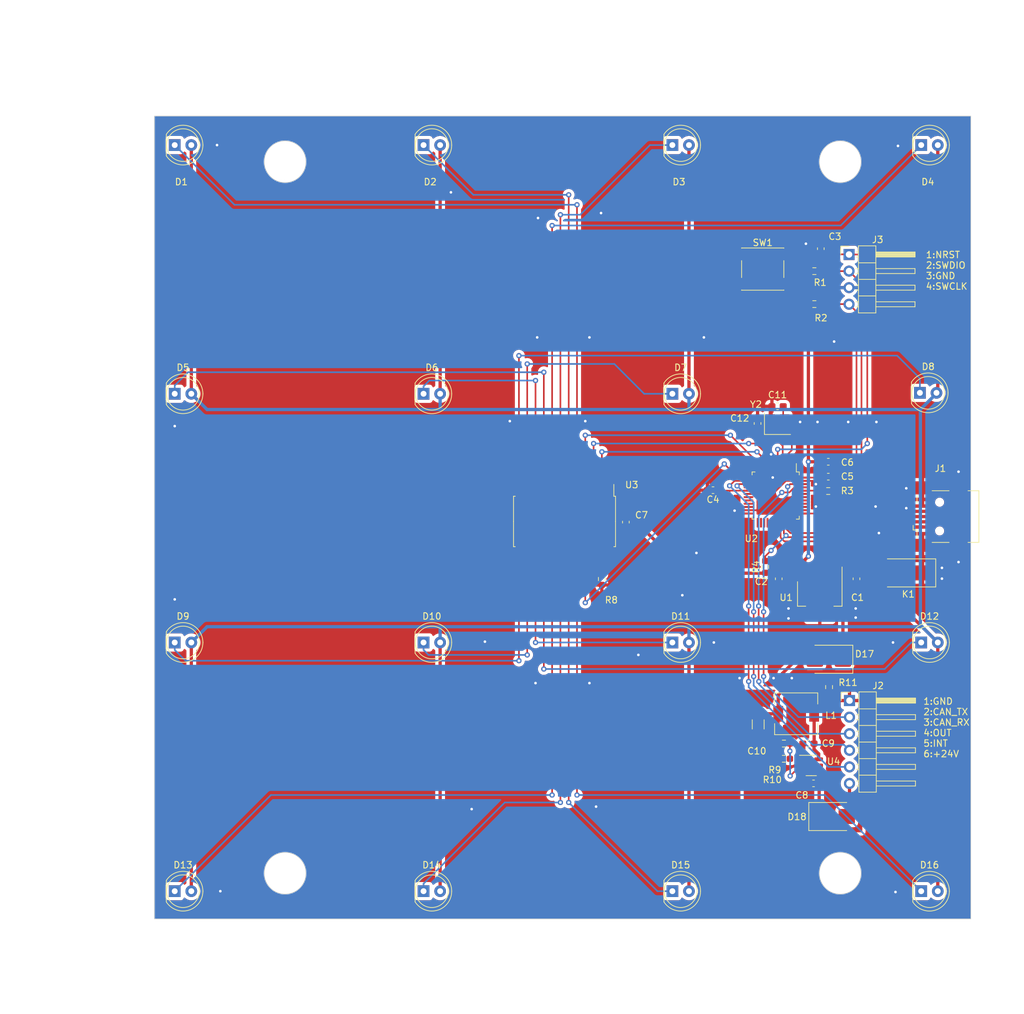
<source format=kicad_pcb>
(kicad_pcb (version 20221018) (generator pcbnew)
  (layers (0 "F.Cu" signal) (31 "B.Cu" signal) (34 "B.Paste" user) (35 "F.Paste" user) (36 "B.SilkS" user "B.Silkscreen") (37 "F.SilkS" user "F.Silkscreen") (38 "B.Mask" user) (39 "F.Mask" user) (44 "Edge.Cuts" user))
  (net 0 "")
  (net 1 "NRST")
  (net 2 "GND")
  (net 3 "+3V3")
  (net 4 "+5V")
  (net 5 "Net-(D1-K)")
  (net 6 "Net-(D3-K)")
  (net 7 "Net-(D4-K)")
  (net 8 "Net-(D5-K)")
  (net 9 "Net-(D6-K)")
  (net 10 "Net-(D7-K)")
  (net 11 "Net-(D8-K)")
  (net 12 "Net-(D9-K)")
  (net 13 "Net-(D10-K)")
  (net 14 "Net-(D11-K)")
  (net 15 "Net-(D12-K)")
  (net 16 "Net-(D13-K)")
  (net 17 "Net-(D14-K)")
  (net 18 "Net-(D15-K)")
  (net 19 "Net-(D16-K)")
  (net 20 "SWCLK")
  (net 21 "SWDIO")
  (net 22 "USB_DM")
  (net 23 "USB_DP")
  (net 24 "Net-(D2-K)")
  (net 25 "Net-(U2-BOOT0)")
  (net 27 "TLC5926_OE")
  (net 28 "TLC5926_LE")
  (net 29 "TLC5926_SDI")
  (net 30 "TLC5926_CLK")
  (net 31 "Net-(U3-R-EXT)")
  (net 35 "Net-(U2-PF0)")
  (net 36 "Net-(U2-PF1)")
  (net 37 "+24V")
  (net 38 "Net-(U4-CB)")
  (net 59 "Net-(U4-SW)")
  (net 60 "Net-(D17-A)")
  (net 62 "CAN_TX")
  (net 63 "CAN_RX")
  (net 64 "EXTI_OUT")
  (net 65 "EXTI_IN")
  (net 66 "Net-(U4-FB)")
  (net 67 "GNDPWR")
  (net 68 "Net-(D18-K)")
  (footprint "LED_THT:LED_D5.0mm_FlatTop" (layer "F.Cu") (at 152.4 120.65)
    (fp_text reference "D12")
    (fp_text value "LED")
  )
  (footprint "Resistor_SMD:R_0603_1608Metric_Pad0.98x0.95mm_HandSolder" (layer "F.Cu") (at 131.38 138.467 180)
    (fp_text reference "R10")
    (fp_text value "22k")
  )
  (footprint "Capacitor_SMD:C_0603_1608Metric_Pad1.08x0.95mm_HandSolder" (layer "F.Cu") (at 142.493 110.895 -90)
    (fp_text reference "C1")
    (fp_text value "1uF")
  )
  (footprint "LED_THT:LED_D5.0mm_FlatTop" (layer "F.Cu") (at 38.1 82.55)
    (fp_text reference "D5")
    (fp_text value "LED")
  )
  (footprint "Capacitor_SMD:C_1206_3216Metric_Pad1.33x1.80mm_HandSolder" (layer "F.Cu") (at 127.441 133.199 -90)
    (fp_text reference "C10")
    (fp_text value "22uF")
  )
  (footprint "Diode_SMD:D_SMB" (layer "F.Cu") (at 138.266 123.225 180)
    (fp_text reference "D17")
    (fp_text value "D_Schottky")
  )
  (footprint "Connector_PinHeader_2.54mm:PinHeader_1x04_P2.54mm_Horizontal" (layer "F.Cu") (at 141.351 61.214)
    (fp_text reference "J3")
    (fp_text value "Conn_01x04")
  )
  (footprint "Capacitor_SMD:C_0603_1608Metric_Pad1.08x0.95mm_HandSolder" (layer "F.Cu") (at 135.128 136.144)
    (fp_text reference "C9")
    (fp_text value "100nF")
  )
  (footprint "Package_QFP:LQFP-48_7x7mm_P0.5mm" (layer "F.Cu") (at 130.119 98.139 -90)
    (fp_text reference "U2")
    (fp_text value "STM32F373C8Tx")
  )
  (footprint "LED_THT:LED_D5.0mm_FlatTop" (layer "F.Cu") (at 152.200413 82.407478)
    (fp_text reference "D8")
    (fp_text value "LED")
  )
  (footprint "LED_THT:LED_D5.0mm_FlatTop" (layer "F.Cu") (at 152.4 158.75)
    (fp_text reference "D16")
    (fp_text value "LED")
  )
  (footprint "Connector_USB:USB_Mini-B_Wuerth_65100516121_Horizontal" (layer "F.Cu") (at 155.219 101.363 90)
    (fp_text reference "J1")
    (fp_text value "USB_B_Mini")
  )
  (footprint "Connector_PinHeader_2.54mm:PinHeader_1x06_P2.54mm_Horizontal" (layer "F.Cu") (at 141.421 129.55)
    (fp_text reference "J2")
    (fp_text value "Conn_01x06")
  )
  (footprint "Resistor_SMD:R_0603_1608Metric_Pad0.98x0.95mm_HandSolder" (layer "F.Cu") (at 138.161224 97.449776)
    (fp_text reference "R3")
    (fp_text value "10k")
  )
  (footprint "Package_TO_SOT_SMD:SOT-223-3_TabPin2" (layer "F.Cu") (at 136.873 113.183 -90)
    (fp_text reference "U1")
    (fp_text value "TC1262-33")
  )
  (footprint "Capacitor_SMD:C_0603_1608Metric_Pad1.08x0.95mm_HandSolder" (layer "F.Cu") (at 130.405 84.462 180)
    (fp_text reference "C11")
    (fp_text value "C")
  )
  (footprint "LED_THT:LED_D5.0mm_FlatTop" (layer "F.Cu") (at 38.1 120.65)
    (fp_text reference "D9")
    (fp_text value "LED")
  )
  (footprint "LED_THT:LED_D5.0mm_FlatTop" (layer "F.Cu") (at 38.1 44.45)
    (fp_text reference "D1")
    (fp_text value "LED")
  )
  (footprint "LED_THT:LED_D5.0mm_FlatTop" (layer "F.Cu") (at 76.2 82.55)
    (fp_text reference "D6")
    (fp_text value "LED")
  )
  (footprint "Resistor_SMD:R_0603_1608Metric_Pad0.98x0.95mm_HandSolder" (layer "F.Cu") (at 131.383 136.137)
    (fp_text reference "R9")
    (fp_text value "120k")
  )
  (footprint "Resistor_SMD:R_0603_1608Metric_Pad0.98x0.95mm_HandSolder" (layer "F.Cu") (at 136.041 63.762)
    (fp_text reference "R1")
    (fp_text value "10k")
  )
  (footprint "LED_THT:LED_D5.0mm_FlatTop" (layer "F.Cu") (at 114.3 120.65)
    (fp_text reference "D11")
    (fp_text value "LED")
  )
  (footprint "Capacitor_SMD:C_0603_1608Metric_Pad1.08x0.95mm_HandSolder" (layer "F.Cu") (at 130.585 110.895 -90)
    (fp_text reference "C2")
    (fp_text value "1uF")
  )
  (footprint "Crystal:Crystal_SMD_3225-4Pin_3.2x2.5mm" (layer "F.Cu") (at 130.395 87.136)
    (fp_text reference "Y2")
    (fp_text value "Crystal_GND24")
  )
  (footprint "Button_Switch_SMD:SW_Push_1P1T_NO_6x6mm_H9.5mm" (layer "F.Cu") (at 128.135 63.449)
    (fp_text reference "SW1")
    (fp_text value "SW_Push")
  )
  (footprint "Diode_SMD:D_SMB" (layer "F.Cu") (at 138.848 147.309)
    (fp_text reference "D18")
    (fp_text value "D_Schottky")
  )
  (footprint "Resistor_SMD:R_0603_1608Metric_Pad0.98x0.95mm_HandSolder" (layer "F.Cu") (at 138.296 127.484 90)
    (fp_text reference "R11")
    (fp_text value "0R")
  )
  (footprint "LED_THT:LED_D5.0mm_FlatTop" (layer "F.Cu") (at 76.2 44.45)
    (fp_text reference "D2")
    (fp_text value "LED")
  )
  (footprint "Resistor_SMD:R_0603_1608Metric_Pad0.98x0.95mm_HandSolder" (layer "F.Cu") (at 136.041 68.812)
    (fp_text reference "R2")
    (fp_text value "10k")
  )
  (footprint "Capacitor_SMD:C_0603_1608Metric_Pad1.08x0.95mm_HandSolder" (layer "F.Cu") (at 120.522 97.318 180)
    (fp_text reference "C4")
    (fp_text value "100n")
  )
  (footprint "LED_THT:LED_D5.0mm_FlatTop" (layer "F.Cu") (at 38.1 158.75)
    (fp_text reference "D13")
    (fp_text value "LED")
  )
  (footprint "LED_THT:LED_D5.0mm_FlatTop" (layer "F.Cu") (at 114.3 158.75)
    (fp_text reference "D15")
    (fp_text value "LED")
  )
  (footprint "Capacitor_SMD:C_0603_1608Metric_Pad1.08x0.95mm_HandSolder" (layer "F.Cu") (at 107.181 102.211 90)
    (fp_text reference "C7")
    (fp_text value "100n")
  )
  (footprint "LED_THT:LED_D5.0mm_FlatTop" (layer "F.Cu") (at 76.2 158.75)
    (fp_text reference "D14")
    (fp_text value "LED")
  )
  (footprint "Capacitor_SMD:C_0603_1608Metric_Pad1.08x0.95mm_HandSolder" (layer "F.Cu") (at 135.914 142.233 180)
    (fp_text reference "C8")
    (fp_text value "2.2uF")
  )
  (footprint "Package_SO:SOIC-24W_7.5x15.4mm_P1.27mm" (layer "F.Cu") (at 97.79 102.108 -90)
    (fp_text reference "U3")
    (fp_text value "TLC5926IWDR")
  )
  (footprint "Capacitor_SMD:C_0603_1608Metric_Pad1.08x0.95mm_HandSolder" (layer "F.Cu") (at 137.027 60.324 90)
    (fp_text reference "C3")
    (fp_text value "100n")
  )
  (footprint "Resistor_SMD:R_0603_1608Metric_Pad0.98x0.95mm_HandSolder" (layer "F.Cu") (at 128.517 109.069 90)
    (fp_text reference "R4")
    (fp_text value "10k")
  )
  (footprint "Package_TO_SOT_SMD:SOT-23-6" (layer "F.Cu") (at 135.56 139.496)
    (fp_text reference "U4")
    (fp_text value "~")
  )
  (footprint "LED_THT:LED_D5.0mm_FlatTop" (layer "F.Cu") (at 114.3 82.55)
    (fp_text reference "D7")
    (fp_text value "LED")
  )
  (footprint "Inductor_SMD:L_6.3x6.3_H3" (layer "F.Cu") (at 133.258 131.576 180)
    (fp_text reference "L1")
    (fp_text value "33uH")
  )
  (footprint "Capacitor_SMD:C_0603_1608Metric_Pad1.08x0.95mm_HandSolder" (layer "F.Cu") (at 138.176 95.25)
    (fp_text reference "C5")
    (fp_text value "100n")
  )
  (footprint "LED_THT:LED_D5.0mm_FlatTop" (layer "F.Cu") (at 114.3 44.45)
    (fp_text reference "D3")
    (fp_text value "LED")
  )
  (footprint "LED_THT:LED_D5.0mm_FlatTop" (layer "F.Cu") (at 152.4 44.45)
    (fp_text reference "D4")
    (fp_text value "LED")
  )
  (footprint "Capacitor_SMD:C_0603_1608Metric_Pad1.08x0.95mm_HandSolder" (layer "F.Cu") (at 138.176 92.964)
    (fp_text reference "C6")
    (fp_text value "4.7u")
  )
  (footprint "LED_THT:LED_D5.0mm_FlatTop" (layer "F.Cu") (at 76.2 120.65)
    (fp_text reference "D10")
    (fp_text value "LED")
  )
  (footprint "Resistor_SMD:R_0603_1608Metric_Pad0.98x0.95mm_HandSolder" (layer "F.Cu") (at 103.497 110.927 -90)
    (fp_text reference "R8")
    (fp_text value "R")
  )
  (footprint "Diode_SMD:D_SMB_Handsoldering" (layer "F.Cu") (at 149.916 109.993 180)
    (fp_text reference "K1")
    (fp_text value "D_TVS")
  )
  (footprint "Capacitor_SMD:C_0603_1608Metric_Pad1.08x0.95mm_HandSolder" (layer "F.Cu") (at 127.344 87.098 90)
    (fp_text reference "C12")
    (fp_text value "C")
  )
  (gr_rect (start 35 40) (end 160 163) (stroke (width 0.1)) (fill none) (layer "Edge.Cuts"))
  (gr_circle (center 140 156) (end 143.2 156) (stroke (width 0.1)) (fill none) (layer "Edge.Cuts"))
  (gr_circle (center 55 47) (end 58.2 47) (stroke (width 0.1)) (fill none) (layer "Edge.Cuts"))
  (gr_circle (center 55 156) (end 58.2 156) (stroke (width 0.1)) (fill none) (layer "Edge.Cuts"))
  (gr_circle (center 140 47) (end 143.2 47) (stroke (width 0.1)) (fill none) (layer "Edge.Cuts"))
  (gr_text "1:GND\n2:CAN_TX\n3:CAN_RX\n4:OUT\n5:INT\n6:+24V\n" (at 152.654 138.303) (layer "F.SilkS") (effects (font (size 1 1)) (justify left bottom)))
  (gr_text "1:NRST\n2:SWDIO\n3:GND\n4:SWCLK" (at 153.035 66.675) (layer "F.SilkS") (effects (font (size 1 1)) (justify left bottom)))
  (segment (start 137.027 61.1865) (end 141.3235 61.1865) (width 0.25) (layer "F.Cu") (net 1))
  (segment (start 144.145 62.611) (end 144.145 66.421) (width 0.25) (layer "F.Cu") (net 1))
  (segment (start 142.748 61.214) (end 144.145 62.611) (width 0.25) (layer "F.Cu") (net 1))
  (segment (start 130.429 91.059) (end 130.429 91.948) (width 0.254) (layer "F.Cu") (net 1))
  (segment (start 141.3235 61.1865) (end 141.351 61.214) (width 0.25) (layer "F.Cu") (net 1))
  (segment (start 137.027 61.1865) (end 132.1225 61.1865) (width 0.25) (layer "F.Cu") (net 1))
  (segment (start 124.16 61.199) (end 132.11 61.199) (width 0.254) (layer "F.Cu") (net 1))
  (segment (start 130.429 91.948) (end 129.869 92.508) (width 0.254) (layer "F.Cu") (net 1))
  (segment (start 132.1225 61.1865) (end 132.11 61.199) (width 0.25) (layer "F.Cu") (net 1))
  (segment (start 141.351 61.214) (end 142.748 61.214) (width 0.25) (layer "F.Cu") (net 1))
  (segment (start 129.869 92.508) (end 129.869 93.9765) (width 0.254) (layer "F.Cu") (net 1))
  (segment (start 144.145 66.421) (end 144.145 90.17) (width 0.254) (layer "F.Cu") (net 1))
  (via (at 130.429 91.059) (size 0.8) (drill 0.4) (layers "F.Cu" "B.Cu") (net 1))
  (via (at 144.145 90.17) (size 0.8) (drill 0.4) (layers "F.Cu" "B.Cu") (net 1))
  (segment (start 131.064 91.059) (end 130.429 91.059) (width 0.254) (layer "B.Cu") (net 1))
  (segment (start 143.256 91.059) (end 144.145 90.17) (width 0.254) (layer "B.Cu") (net 1))
  (segment (start 131.064 91.059) (end 143.256 91.059) (width 0.254) (layer "B.Cu") (net 1))
  (segment (start 131.495 87.986) (end 131.42 87.986) (width 0.25) (layer "F.Cu") (net 2))
  (segment (start 107.181 98.799) (end 107.181 101.3485) (width 0.25) (layer "F.Cu") (net 2))
  (segment (start 129.5425 84.462) (end 129.5425 86.0385) (width 0.25) (layer "F.Cu") (net 2))
  (segment (start 129.369 93.9765) (end 129.369 95.079) (width 0.254) (layer "F.Cu") (net 2))
  (segment (start 134.2815 95.889) (end 131.695 95.889) (width 0.254) (layer "F.Cu") (net 2))
  (segment (start 135.767 95.889) (end 134.2815 95.889) (width 0.254) (layer "F.Cu") (net 2))
  (segment (start 129.466 86.286) (end 129.295 86.286) (width 0.25) (layer "F.Cu") (net 2))
  (segment (start 125.9565 100.389) (end 124.655 100.389) (width 0.254) (layer "F.Cu") (net 2))
  (segment (start 129.2445 86.2355) (end 129.295 86.286) (width 0.25) (layer "F.Cu") (net 2))
  (segment (start 124.655 100.389) (end 124.587 100.457) (width 0.254) (layer "F.Cu") (net 2))
  (segment (start 129.5425 86.0385) (end 129.295 86.286) (width 0.25) (layer "F.Cu") (net 2))
  (segment (start 123.825 100.457) (end 124.587 100.457) (width 0.25) (layer "F.Cu") (net 2))
  (segment (start 130.302 87.122) (end 129.466 86.286) (width 0.25) (layer "F.Cu") (net 2))
  (segment (start 136.271 96.393) (end 135.767 95.889) (width 0.254) (layer "F.Cu") (net 2))
  (segment (start 105.84 97.458) (end 107.181 98.799) (width 0.25) (layer "F.Cu") (net 2))
  (segment (start 129.369 95.079) (end 129.667 95.377) (width 0.254) (layer "F.Cu") (net 2))
  (segment (start 131.42 87.986) (end 130.556 87.122) (width 0.25) (layer "F.Cu") (net 2))
  (segment (start 129.369 91.865) (end 129.369 93.9765) (width 0.254) (layer "F.Cu") (net 2))
  (segment (start 129.413 91.821) (end 129.369 91.865) (width 0.254) (layer "F.Cu") (net 2))
  (segment (start 127.344 86.2355) (end 129.2445 86.2355) (width 0.25) (layer "F.Cu") (net 2))
  (segment (start 131.695 95.889) (end 127.195 100.389) (width 0.254) (layer "F.Cu") (net 2))
  (segment (start 130.556 87.122) (end 130.302 87.122) (width 0.25) (layer "F.Cu") (net 2))
  (segment (start 104.775 97.458) (end 105.84 97.458) (width 0.25) (layer "F.Cu") (net 2))
  (segment (start 127.195 100.389) (end 125.9565 100.389) (width 0.254) (layer "F.Cu") (net 2))
  (via (at 124.587 126.111) (size 0.8) (drill 0.4) (layers "F.Cu" "B.Cu") (net 2))
  (via (at 142.367 115.443) (size 0.8) (drill 0.4) (layers "F.Cu" "B.Cu") (net 2))
  (via (at 132.08 116.967) (size 0.8) (drill 0.4) (layers "F.Cu" "B.Cu") (net 2))
  (via (at 93.599 73.914) (size 0.8) (drill 0.4) (layers "F.Cu" "B.Cu") (net 2))
  (via (at 145.415 99.822) (size 0.8) (drill 0.4) (layers "F.Cu" "B.Cu") (net 2))
  (via (at 132.588 126.111) (size 0.8) (drill 0.4) (layers "F.Cu" "B.Cu") (net 2))
  (via (at 155.575 109.22) (size 0.8) (drill 0.4) (layers "F.Cu" "B.Cu") (net 2))
  (via (at 119.126 73.914) (size 0.8) (drill 0.4) (layers "F.Cu" "B.Cu") (net 2))
  (via (at 139.065 74.549) (size 0.8) (drill 0.4) (layers "F.Cu" "B.Cu") (net 2))
  (via (at 141.224 86.868) (size 0.8) (drill 0.4) (layers "F.Cu" "B.Cu") (net 2))
  (via (at 45.085 158.75) (size 0.8) (drill 0.4) (layers "F.Cu" "B.Cu") (net 2))
  (via (at 129.667 95.377) (size 0.8) (drill 0.4) (layers "F.Cu" "B.Cu") (net 2))
  (via (at 123.825 100.457) (size 0.8) (drill 0.4) (layers "F.Cu" "B.Cu") (net 2))
  (via (at 93.345 126.873) (size 0.8) (drill 0.4) (layers "F.Cu" "B.Cu") (net 2))
  (via (at 117.983 106.934) (size 0.8) (drill 0.4) (layers "F.Cu" "B.Cu") (net 2))
  (via (at 93.726 55.626) (size 0.8) (drill 0.4) (layers "F.Cu" "B.Cu") (net 2))
  (via (at 150.114 97.028) (size 0.8) (drill 0.4) (layers "F.Cu" "B.Cu") (net 2))
  (via (at 148.463 158.877) (size 0.8) (drill 0.4) (layers "F.Cu" "B.Cu") (net 2))
  (via (at 145.923 103.886) (size 0.8) (drill 0.4) (layers "F.Cu" "B.Cu") (net 2))
  (via (at 134.747 59.563) (size 0.8) (drill 0.4) (layers "F.Cu" "B.Cu") (net 2))
  (via (at 136.271 99.822) (size 0.8) (drill 0.4) (layers "F.Cu" "B.Cu") (net 2))
  (via (at 109.093 122.555) (size 0.8) (drill 0.4) (layers "F.Cu" "B.Cu") (net 2))
  (via (at 136.271 96.393) (size 0.8) (drill 0.4) (layers "F.Cu" "B.Cu") (net 2))
  (via (at 101.6 73.914) (size 0.8) (drill 0.4) (layers "F.Cu" "B.Cu") (net 2))
  (via (at 148.844 44.577) (size 0.8) (drill 0.4) (layers "F.Cu" "B.Cu") (net 2))
  (via (at 150.114 100.076) (size 0.8) (drill 0.4) (layers "F.Cu" "B.Cu") (net 2))
  (via (at 120.65 120.65) (size 0.8) (drill 0.4) (layers "F.Cu" "B.Cu") (net 2))
  (via (at 136.525 86.868) (size 0.8) (drill 0.4) (layers "F.Cu" "B.Cu") (net 2))
  (via (at 145.542 86.868) (size 0.8) (drill 0.4) (layers "F.Cu" "B.Cu") (net 2))
  (via (at 89.408 86.741) (size 0.8) (drill 0.4) (layers "F.Cu" "B.Cu") (net 2))
  (via (at 38.1 114.046) (size 0.8) (drill 0.4) (layers "F.Cu" "B.Cu") (net 2))
  (via (at 133.858 86.868) (size 0.8) (drill 0.4) (layers "F.Cu" "B.Cu") (net 2))
  (via (at 38.1 87.503) (size 0.8) (drill 0.4) (layers "F.Cu" "B.Cu") (net 2))
  (via (at 85.598 120.523) (size 0.8) (drill 0.4) (layers "F.Cu" "B.Cu") (net 2))
  (via (at 148.082 120.65) (size 0.8) (drill 0.4) (layers "F.Cu" "B.Cu") (net 2))
  (via (at 102.616 145.796) (size 0.8) (drill 0.4) (layers "F.Cu" "B.Cu") (net 2))
  (via (at 158.115 94.488) (size 0.8) (drill 0.4) (layers "F.Cu" "B.Cu") (net 2))
  (via (at 83.566 146.177) (size 0.8) (drill 0.4) (layers "F.Cu" "B.Cu") (net 2))
  (via (at 142.367 116.84) (size 0.8) (drill 0.4) (layers "F.Cu" "B.Cu") (net 2))
  (via (at 129.794 126.111) (size 0.8) (drill 0.4) (layers "F.Cu" "B.Cu") (net 2))
  (via (at 129.413 91.821) (size 0.8) (drill 0.4) (layers "F.Cu" "B.Cu") (net 2))
  (via (at 44.577 44.45) (size 0.8) (drill 0.4) (layers "F.Cu" "B.Cu") (net 2))
  (via (at 101.6 126.873) (size 0.8) (drill 0.4) (layers "F.Cu" "B.Cu") (net 2))
  (via (at 115.824 113.411) (size 0.8) (drill 0.4) (layers "F.Cu" "B.Cu") (net 2))
  (via (at 132.08 115.443) (size 0.8) (drill 0.4) (layers "F.Cu" "B.Cu") (net 2))
  (via (at 158.115 108.331) (size 0.8) (drill 0.4) (layers "F.Cu" "B.Cu") (net 2))
  (via (at 155.575 110.871) (size 0.8) (drill 0.4) (layers "F.Cu" "B.Cu") (net 2))
  (via (at 103.378 54.864) (size 0.8) (drill 0.4) (layers "F.Cu" "B.Cu") (net 2))
  (via (at 100.965 86.741) (size 0.8) (drill 0.4) (layers "F.Cu" "B.Cu") (net 2))
  (via (at 80.391 51.689) (size 0.8) (drill 0.4) (layers "F.Cu" "B.Cu") (net 2))
  (segment (start 125.9565 97.389) (end 127.655 97.389) (width 0.254) (layer "F.Cu") (net 3))
  (segment (start 130.585 110.0325) (end 128.524 110.0325) (width 0.5) (layer "F.Cu") (net 3))
  (segment (start 116.6365 110.0325) (end 109.6775 103.0735) (width 0.5) (layer "F.Cu") (net 3))
  (segment (start 123.523866 101.184) (end 124.495 101.184) (width 0.254) (layer "F.Cu") (net 3))
  (segment (start 135.128 85.344) (end 135.128 72.771) (width 0.5) (layer "F.Cu") (net 3))
  (segment (start 107.181 103.0735) (end 107.181 105.417) (width 0.5) (layer "F.Cu") (net 3))
  (segment (start 107.181 105.417) (end 105.84 106.758) (width 0.5) (layer "F.Cu") (net 3))
  (segment (start 124.79 100.889) (end 125.9565 100.889) (width 0.254) (layer "F.Cu") (net 3))
  (segment (start 134.2815 95.389) (end 136.9205 95.389) (width 0.254) (layer "F.Cu") (net 3))
  (segment (start 128.881 96.163) (end 128.881 95.389) (width 0.254) (layer "F.Cu") (net 3))
  (segment (start 123.063 100.723134) (end 123.523866 101.184) (width 0.254) (layer "F.Cu") (net 3))
  (segment (start 136.9205 95.389) (end 137.0595 95.25) (width 0.254) (layer "F.Cu") (net 3))
  (segment (start 135.1285 72.7705) (end 135.128 72.771) (width 0.5) (layer "F.Cu") (net 3))
  (segment (start 109.6775 103.0735) (end 107.181 103.0735) (width 0.5) (layer "F.Cu") (net 3))
  (segment (start 135.1285 63.762) (end 135.1285 68.812) (width 0.5) (layer "F.Cu") (net 3))
  (segment (start 131.433 95.389) (end 130.659 96.163) (width 0.254) (layer "F.Cu") (net 3))
  (segment (start 128.881 95.389) (end 128.869 95.377) (width 0.254) (layer "F.Cu") (net 3))
  (segment (start 134.573 110.033) (end 130.5855 110.033) (width 0.5) (layer "F.Cu") (net 3))
  (segment (start 124.495 101.184) (end 124.79 100.889) (width 0.254) (layer "F.Cu") (net 3))
  (segment (start 125.9565 97.389) (end 121.4555 97.389) (width 0.254) (layer "F.Cu") (net 3))
  (segment (start 121.4555 97.389) (end 121.3845 97.318) (width 0.254) (layer "F.Cu") (net 3))
  (segment (start 134.573 107.997) (end 134.573 110.033) (width 0.5) (layer "F.Cu") (net 3))
  (segment (start 123.063 97.389) (end 123.063 100.723134) (width 0.254) (layer "F.Cu") (net 3))
  (segment (start 137.3135 95.25) (end 137.3135 92.964) (width 0.254) (layer "F.Cu") (net 3))
  (segment (start 135.128 92.964) (end 137.0595 92.964) (width 0.5) (layer "F.Cu") (net 3))
  (segment (start 132.869 95.362) (end 132.869 93.9765) (width 0.254) (layer "F.Cu") (net 3))
  (segment (start 135.128 107.442) (end 134.573 107.997) (width 0.5) (layer "F.Cu") (net 3))
  (segment (start 132.842 95.389) (end 134.2815 95.389) (width 0.254) (layer "F.Cu") (net 3))
  (segment (start 105.84 106.758) (end 104.775 106.758) (width 0.5) (layer "F.Cu") (net 3))
  (segment (start 132.842 95.389) (end 132.869 95.362) (width 0.254) (layer "F.Cu") (net 3))
  (segment (start 127.655 97.389) (end 128.881 96.163) (width 0.254) (layer "F.Cu") (net 3))
  (segment (start 132.842 95.389) (end 131.433 95.389) (width 0.254) (layer "F.Cu") (net 3))
  (segment (start 128.869 95.377) (end 128.869 93.9765) (width 0.254) (layer "F.Cu") (net 3))
  (segment (start 130.659 96.163) (end 128.881 96.163) (width 0.254) (layer "F.Cu") (net 3))
  (segment (start 135.1285 68.715) (end 135.1285 72.7705) (width 0.5) (layer "F.Cu") (net 3))
  (segment (start 130.5855 110.033) (end 130.585 110.0325) (width 0.5) (layer "F.Cu") (net 3))
  (segment (start 128.517 110.0255) (end 128.524 110.0325) (width 0.5) (layer "F.Cu") (net 3))
  (segment (start 128.524 110.0325) (end 116.6365 110.0325) (width 0.5) (layer "F.Cu") (net 3))
  (segment (start 135.128 92.964) (end 135.128 85.344) (width 0.5) (layer "F.Cu") (net 3))
  (segment (start 135.128 72.771) (end 135.128 71.247) (width 0.5) (layer "F.Cu") (net 3))
  (segment (start 128.517 109.9815) (end 128.517 110.0255) (width 0.5) (layer "F.Cu") (net 3))
  (via (at 135.128 92.964) (size 0.8) (drill 0.4) (layers "F.Cu" "B.Cu") (net 3))
  (via (at 135.128 107.442) (size 0.8) (drill 0.4) (layers "F.Cu" "B.Cu") (net 3))
  (segment (start 135.128 107.442) (end 135.128 92.964) (width 0.5) (layer "B.Cu") (net 3))
  (segment (start 142.493 110.0325) (end 147.1765 110.0325) (width 0.5) (layer "F.Cu") (net 4))
  (segment (start 139.173 110.033) (end 142.4925 110.033) (width 0.5) (layer "F.Cu") (net 4))
  (segment (start 154.94 120.65) (end 154.94 158.75) (width 0.5) (layer "F.Cu") (net 4))
  (segment (start 147.216 105.768) (end 147.216 109.993) (width 0.5) (layer "F.Cu") (net 4))
  (segment (start 152.619 102.963) (end 150.021 102.963) (width 0.5) (layer "F.Cu") (net 4))
  (segment (start 147.216 109.993) (end 147.216 112.926) (width 0.5) (layer "F.Cu") (net 4))
  (segment (start 140.416 113.492) (end 139.173 112.249) (width 0.5) (layer "F.Cu") (net 4))
  (segment (start 140.416 123.225) (end 140.416 113.492) (width 0.5) (layer "F.Cu") (net 4))
  (segment (start 142.4925 110.033) (end 142.493 110.0325) (width 0.5) (layer "F.Cu") (net 4))
  (segment (start 150.021 102.963) (end 147.216 105.768) (width 0.5) (layer "F.Cu") (net 4))
  (segment (start 154.94 82.207891) (end 154.740413 82.407478) (width 0.5) (layer "F.Cu") (net 4))
  (segment (start 116.84 82.55) (end 116.84 44.45) (width 0.5) (layer "F.Cu") (net 4))
  (segment (start 40.64 44.45) (end 40.64 82.55) (width 0.5) (layer "F.Cu") (net 4))
  (segment (start 139.173 112.249) (end 139.173 110.033) (width 0.5) (layer "F.Cu") (net 4))
  (segment (start 78.74 82.55) (end 78.74 44.45) (width 0.5) (layer "F.Cu") (net 4))
  (segment (start 147.1765 110.0325) (end 147.216 109.993) (width 0.5) (layer "F.Cu") (net 4))
  (segment (start 116.84 158.75) (end 116.84 120.65) (width 0.5) (layer "F.Cu") (net 4))
  (segment (start 40.64 158.75) (end 40.64 120.65) (width 0.5) (layer "F.Cu") (net 4))
  (segment (start 154.94 44.45) (end 154.94 82.207891) (width 0.5) (layer "F.Cu") (net 4))
  (segment (start 78.74 158.75) (end 78.74 120.65) (width 0.5) (layer "F.Cu") (net 4))
  (segment (start 147.216 112.926) (end 154.94 120.65) (width 0.5) (layer "F.Cu") (net 4))
  (segment (start 116.967 84.963) (end 78.613 84.963) (width 0.5) (layer "B.Cu") (net 4))
  (segment (start 116.84 84.836) (end 116.967 84.963) (width 0.5) (layer "B.Cu") (net 4))
  (segment (start 152.527 118.237) (end 116.713 118.237) (width 0.5) (layer "B.Cu") (net 4))
  (segment (start 116.84 82.55) (end 116.84 84.836) (width 0.5) (layer "B.Cu") (net 4))
  (segment (start 116.84 118.364) (end 116.713 118.237) (width 0.5) (layer "B.Cu") (net 4))
  (segment (start 152.273 84.963) (end 116.967 84.963) (width 0.5) (layer "B.Cu") (net 4))
  (segment (start 116.84 120.65) (end 116.84 118.364) (width 0.5) (layer "B.Cu") (net 4))
  (segment (start 78.74 84.836) (end 78.613 84.963) (width 0.5) (layer "B.Cu") (net 4))
  (segment (start 78.74 82.55) (end 78.74 84.836) (width 0.5) (layer "B.Cu") (net 4))
  (segment (start 152.273 117.983) (end 152.527 118.237) (width 0.5) (layer "B.Cu") (net 4))
  (segment (start 154.740413 82.495587) (end 152.273 84.963) (width 0.5) (layer "B.Cu") (net 4))
  (segment (start 78.74 118.364) (end 78.613 118.237) (width 0.5) (layer "B.Cu") (net 4))
  (segment (start 43.053 118.237) (end 40.64 120.65) (width 0.5) (layer "B.Cu") (net 4))
  (segment (start 78.613 84.963) (end 43.053 84.963) (width 0.5) (layer "B.Cu") (net 4))
  (segment (start 43.053 84.963) (end 40.64 82.55) (width 0.5) (layer "B.Cu") (net 4))
  (segment (start 154.740413 82.407478) (end 154.740413 82.495587) (width 0.5) (layer "B.Cu") (net 4))
  (segment (start 152.273 84.963) (end 152.273 117.983) (width 0.5) (layer "B.Cu") (net 4))
  (segment (start 154.94 120.65) (end 152.527 118.237) (width 0.5) (layer "B.Cu") (net 4))
  (segment (start 116.713 118.237) (end 78.613 118.237) (width 0.5) (layer "B.Cu") (net 4))
  (segment (start 78.74 120.65) (end 78.74 118.364) (width 0.5) (layer "B.Cu") (net 4))
  (segment (start 78.613 118.237) (end 43.053 118.237) (width 0.5) (layer "B.Cu") (net 4))
  (segment (start 99.695 97.458) (end 99.695 53.594) (width 0.25) (layer "F.Cu") (net 5))
  (via (at 99.695 53.594) (size 0.8) (drill 0.4) (layers "F.Cu" "B.Cu") (net 5))
  (segment (start 47.244 53.594) (end 38.1 44.45) (width 0.25) (layer "B.Cu") (net 5))
  (segment (start 99.695 53.594) (end 47.244 53.594) (width 0.25) (layer "B.Cu") (net 5))
  (segment (start 97.155 97.458) (end 97.155 55.118) (width 0.25) (layer "F.Cu") (net 6))
  (via (at 97.155 55.118) (size 0.8) (drill 0.4) (layers "F.Cu" "B.Cu") (net 6))
  (segment (start 110.871 44.45) (end 114.3 44.45) (width 0.25) (layer "B.Cu") (net 6))
  (segment (start 97.155 55.118) (end 100.203 55.118) (width 0.25) (layer "B.Cu") (net 6))
  (segment (start 100.203 55.118) (end 110.871 44.45) (width 0.25) (layer "B.Cu") (net 6))
  (segment (start 95.885 97.458) (end 95.885 56.769) (width 0.25) (layer "F.Cu") (net 7))
  (via (at 95.885 56.769) (size 0.8) (drill 0.4) (layers "F.Cu" "B.Cu") (net 7))
  (segment (start 95.885 56.769) (end 140.081 56.769) (width 0.25) (layer "B.Cu") (net 7))
  (segment (start 140.081 56.769) (end 152.4 44.45) (width 0.25) (layer "B.Cu") (net 7))
  (segment (start 94.615 97.458) (end 94.615 79.248) (width 0.25) (layer "F.Cu") (net 8))
  (via (at 94.615 79.248) (size 0.8) (drill 0.4) (layers "F.Cu" "B.Cu") (net 8))
  (segment (start 38.1 81.28) (end 38.1 82.55) (width 0.25) (layer "B.Cu") (net 8))
  (segment (start 40.132 79.248) (end 38.1 81.28) (width 0.25) (layer "B.Cu") (net 8))
  (segment (start 94.615 79.248) (end 40.132 79.248) (width 0.25) (layer "B.Cu") (net 8))
  (segment (start 93.345 97.458) (end 93.345 80.518) (width 0.25) (layer "F.Cu") (net 9))
  (via (at 93.345 80.518) (size 0.8) (drill 0.4) (layers "F.Cu" "B.Cu") (net 9))
  (segment (start 76.2 81.407) (end 76.2 82.55) (width 0.25) (layer "B.Cu") (net 9))
  (segment (start 93.345 80.518) (end 77.089 80.518) (width 0.25) (layer "B.Cu") (net 9))
  (segment (start 77.089 80.518) (end 76.2 81.407) (width 0.25) (layer "B.Cu") (net 9))
  (segment (start 92.075 97.458) (end 92.075 77.978) (width 0.25) (layer "F.Cu") (net 10))
  (via (at 92.075 77.978) (size 0.8) (drill 0.4) (layers "F.Cu" "B.Cu") (net 10))
  (segment (start 92.075 77.978) (end 105.41 77.978) (width 0.25) (layer "B.Cu") (net 10))
  (segment (start 105.41 77.978) (end 109.982 82.55) (width 0.25) (layer "B.Cu") (net 10))
  (segment (start 109.982 82.55) (end 114.3 82.55) (width 0.25) (layer "B.Cu") (net 10))
  (segment (start 90.805 97.458) (end 90.805 76.708) (width 0.25) (layer "F.Cu") (net 11))
  (via (at 90.805 76.708) (size 0.8) (drill 0.4) (layers "F.Cu" "B.Cu") (net 11))
  (segment (start 152.200413 80.191413) (end 152.200413 82.407478) (width 0.25) (layer "B.Cu") (net 11))
  (segment (start 90.805 76.708) (end 148.717 76.708) (width 0.25) (layer "B.Cu") (net 11))
  (segment (start 148.717 76.708) (end 152.200413 80.191413) (width 0.25) (layer "B.Cu") (net 11))
  (segment (start 90.805 106.758) (end 90.805 123.444) (width 0.25) (layer "F.Cu") (net 12))
  (via (at 90.805 123.444) (size 0.8) (drill 0.4) (layers "F.Cu" "B.Cu") (net 12))
  (segment (start 39.751 123.444) (end 38.1 121.793) (width 0.25) (layer "B.Cu") (net 12))
  (segment (start 90.805 123.444) (end 39.751 123.444) (width 0.25) (layer "B.Cu") (net 12))
  (segment (start 38.1 121.793) (end 38.1 120.65) (width 0.25) (layer "B.Cu") (net 12))
  (segment (start 92.075 106.758) (end 92.075 122.555) (width 0.25) (layer "F.Cu") (net 13))
  (via (at 92.075 122.555) (size 0.8) (drill 0.4) (layers "F.Cu" "B.Cu") (net 13))
  (segment (start 76.962 122.555) (end 76.2 121.793) (width 0.25) (layer "B.Cu") (net 13))
  (segment (start 92.075 122.555) (end 76.962 122.555) (width 0.25) (layer "B.Cu") (net 13))
  (segment (start 76.2 121.793) (end 76.2 120.65) (width 0.25) (layer "B.Cu") (net 13))
  (segment (start 93.345 106.758) (end 93.345 120.65) (width 0.25) (layer "F.Cu") (net 14))
  (via (at 93.345 120.65) (size 0.8) (drill 0.4) (layers "F.Cu" "B.Cu") (net 14))
  (segment (start 93.345 120.65) (end 114.3 120.65) (width 0.25) (layer "B.Cu") (net 14))
  (segment (start 94.615 106.758) (end 94.615 124.714) (width 0.25) (layer "F.Cu") (net 15))
  (via (at 94.615 124.714) (size 0.8) (drill 0.4) (layers "F.Cu" "B.Cu") (net 15))
  (segment (start 146.812 124.714) (end 150.876 120.65) (width 0.25) (layer "B.Cu") (net 15))
  (segment (start 150.876 120.65) (end 152.4 120.65) (width 0.25) (layer "B.Cu") (net 15))
  (segment (start 94.615 124.714) (end 146.812 124.714) (width 0.25) (layer "B.Cu") (net 15))
  (segment (start 95.885 106.758) (end 95.885 144.018) (width 0.25) (layer "F.Cu") (net 16))
  (via (at 95.885 144.018) (size 0.8) (drill 0.4) (layers "F.Cu" "B.Cu") (net 16))
  (segment (start 52.832 144.018) (end 38.1 158.75) (width 0.25) (layer "B.Cu") (net 16))
  (segment (start 95.885 144.018) (end 52.832 144.018) (width 0.25) (layer "B.Cu") (net 16))
  (segment (start 97.155 106.758) (end 97.155 145.161) (width 0.25) (layer "F.Cu") (net 17))
  (via (at 97.155 145.161) (size 0.8) (drill 0.4) (layers "F.Cu" "B.Cu") (net 17))
  (segment (start 97.155 145.161) (end 88.639 145.161) (width 0.25) (layer "B.Cu") (net 17))
  (segment (start 88.639 145.161) (end 76.2 157.6) (width 0.25) (layer "B.Cu") (net 17))
  (segment (start 76.2 157.6) (end 76.2 158.75) (width 0.25) (layer "B.Cu") (net 17))
  (segment (start 98.425 106.758) (end 98.425 145.161) (width 0.25) (layer "F.Cu") (net 18))
  (via (at 98.425 145.161) (size 0.8) (drill 0.4) (layers "F.Cu" "B.Cu") (net 18))
  (segment (start 98.425 145.161) (end 112.014 158.75) (width 0.25) (layer "B.Cu") (net 18))
  (segment (start 112.014 158.75) (end 114.3 158.75) (width 0.25) (layer "B.Cu") (net 18))
  (segment (start 99.695 106.758) (end 99.695 144.018) (width 0.25) (layer "F.Cu") (net 19))
  (via (at 99.695 144.018) (size 0.8) (drill 0.4) (layers "F.Cu" "B.Cu") (net 19))
  (segment (start 137.668 144.018) (end 152.4 158.75) (width 0.25) (layer "B.Cu") (net 19))
  (segment (start 99.695 144.018) (end 137.668 144.018) (width 0.25) (layer "B.Cu") (net 19))
  (segment (start 139.141 100.889) (end 134.2815 100.889) (width 0.25) (layer "F.Cu") (net 20))
  (segment (start 142.494 69.977) (end 142.494 97.536) (width 0.25) (layer "F.Cu") (net 20))
  (segment (start 136.9535 68.812) (end 141.329 68.812) (width 0.25) (layer "F.Cu") (net 20))
  (segment (start 142.494 97.536) (end 139.141 100.889) (width 0.25) (layer "F.Cu") (net 20))
  (segment (start 141.351 68.834) (end 142.494 69.977) (width 0.25) (layer "F.Cu") (net 20))
  (segment (start 141.329 68.812) (end 141.351 68.834) (width 0.25) (layer "F.Cu") (net 20))
  (segment (start 143.256 65.659) (end 143.256 99.314) (width 0.25) (layer "F.Cu") (net 21))
  (segment (start 132.364118 103.886) (end 131.869 103.390882) (width 0.25) (layer "F.Cu") (net 21))
  (segment (start 131.869 103.390882) (end 131.869 102.3015) (width 0.25) (layer "F.Cu") (net 21))
  (segment (start 143.256 99.314) (end 138.684 103.886) (width 0.25) (layer "F.Cu") (net 21))
  (segment (start 141.351 63.754) (end 143.256 65.659) (width 0.25) (layer "F.Cu") (net 21))
  (segment (start 141.343 63.762) (end 141.351 63.754) (width 0.25) (layer "F.Cu") (net 21))
  (segment (start 138.684 103.886) (end 132.364118 103.886) (width 0.25) (layer "F.Cu") (net 21))
  (segment (start 136.9535 63.762) (end 141.343 63.762) (width 0.25) (layer "F.Cu") (net 21))
  (segment (start 131.445 105.156) (end 130.869 104.58) (width 0.25) (layer "F.Cu") (net 22))
  (segment (start 139.268079 105.156) (end 131.445 105.156) (width 0.25) (layer "F.Cu") (net 22))
  (segment (start 152.619 102.163) (end 142.261079 102.163) (width 0.25) (layer "F.Cu") (net 22))
  (segment (start 142.261079 102.163) (end 139.268079 105.156) (width 0.25) (layer "F.Cu") (net 22))
  (segment (start 130.869 104.58) (end 130.869 102.3015) (width 0.25) (layer "F.Cu") (net 22))
  (segment (start 131.699 101.092) (end 131.369 101.422) (width 0.25) (layer "F.Cu") (net 23))
  (segment (start 139.0015 104.521) (end 131.953 104.521) (width 0.25) (layer "F.Cu") (net 23))
  (segment (start 129.413 106.553) (end 128.517 107.449) (width 0.25) (layer "F.Cu") (net 23))
  (segment (start 142.1595 101.363) (end 139.0015 104.521) (width 0.25) (layer "F.Cu") (net 23))
  (segment (start 131.953 104.521) (end 131.699 104.267) (width 0.25) (layer "F.Cu") (net 23))
  (segment (start 132.869 102.3015) (end 132.869 101.373) (width 0.25) (layer "F.Cu") (net 23))
  (segment (start 131.699 104.267) (end 131.369 103.937) (width 0.25) (layer "F.Cu") (net 23))
  (segment (start 128.517 107.449) (end 128.517 108.1565) (width 0.25) (layer "F.Cu") (net 23))
  (segment (start 131.369 103.937) (end 131.369 102.3015) (width 0.25) (layer "F.Cu") (net 23))
  (segment (start 131.369 101.422) (end 131.369 102.3015) (width 0.25) (layer "F.Cu") (net 23))
  (segment (start 132.588 101.092) (end 131.699 101.092) (width 0.25) (layer "F.Cu") (net 23))
  (segment (start 132.869 101.373) (end 132.588 101.092) (width 0.25) (layer "F.Cu") (net 23))
  (segment (start 152.619 101.363) (end 142.1595 101.363) (width 0.25) (layer "F.Cu") (net 23))
  (via (at 131.699 104.267) (size 0.8) (drill 0.4) (layers "F.Cu" "B.Cu") (net 23))
  (via (at 129.413 106.553) (size 0.8) (drill 0.4) (layers "F.Cu" "B.Cu") (net 23))
  (segment (start 129.413 106.553) (end 131.699 104.267) (width 0.25) (layer "B.Cu") (net 23))
  (segment (start 98.425 97.458) (end 98.425 52.07) (width 0.25) (layer "F.Cu") (net 24))
  (via (at 98.425 52.07) (size 0.8) (drill 0.4) (layers "F.Cu" "B.Cu") (net 24))
  (segment (start 98.425 52.07) (end 83.82 52.07) (width 0.25) (layer "B.Cu") (net 24))
  (segment (start 83.82 52.07) (end 76.2 44.45) (width 0.25) (layer "B.Cu") (net 24))
  (segment (start 136.994724 97.449776) (end 136.933948 97.389) (width 0.25) (layer "F.Cu") (net 25))
  (segment (start 136.933948 97.389) (end 134.2815 97.389) (width 0.25) (layer "F.Cu") (net 25))
  (segment (start 124.345 95.389) (end 122.249 93.293) (width 0.25) (layer "F.Cu") (net 27))
  (segment (start 125.9565 95.389) (end 124.345 95.389) (width 0.25) (layer "F.Cu") (net 27))
  (segment (start 100.965 114.554) (end 100.965 106.758) (width 0.25) (layer "F.Cu") (net 27))
  (via (at 100.965 114.554) (size 0.8) (drill 0.4) (layers "F.Cu" "B.Cu") (net 27))
  (via (at 122.249 93.293) (size 0.8) (drill 0.4) (layers "F.Cu" "B.Cu") (net 27))
  (segment (start 100.988 114.554) (end 100.965 114.554) (width 0.25) (layer "B.Cu") (net 27))
  (segment (start 122.249 93.293) (end 100.988 114.554) (width 0.25) (layer "B.Cu") (net 27))
  (segment (start 127.369 93.079) (end 127.369 93.9765) (width 0.25) (layer "F.Cu") (net 28))
  (segment (start 100.965 88.9) (end 100.965 97.458) (width 0.25) (layer "F.Cu") (net 28))
  (segment (start 123.19 88.9) (end 127.369 93.079) (width 0.25) (layer "F.Cu") (net 28))
  (via (at 123.19 88.9) (size 0.8) (drill 0.4) (layers "F.Cu" "B.Cu") (net 28))
  (via (at 100.965 88.9) (size 0.8) (drill 0.4) (layers "F.Cu" "B.Cu") (net 28))
  (segment (start 100.965 88.9) (end 123.19 88.9) (width 0.25) (layer "B.Cu") (net 28))
  (segment (start 127.869 93.9765) (end 127.869 92.055) (width 0.25) (layer "F.Cu") (net 29))
  (segment (start 103.505 97.458) (end 103.505 91.44) (width 0.25) (layer "F.Cu") (net 29))
  (segment (start 127.869 92.055) (end 127.254 91.44) (width 0.25) (layer "F.Cu") (net 29))
  (via (at 127.254 91.44) (size 0.8) (drill 0.4) (layers "F.Cu" "B.Cu") (net 29))
  (via (at 103.505 91.44) (size 0.8) (drill 0.4) (layers "F.Cu" "B.Cu") (net 29))
  (segment (start 103.505 91.44) (end 127.254 91.44) (width 0.25) (layer "B.Cu") (net 29))
  (segment (start 128.369 91.412) (end 128.369 93.9765) (width 0.25) (layer "F.Cu") (net 30))
  (segment (start 102.235 97.458) (end 102.235 90.17) (width 0.25) (layer "F.Cu") (net 30))
  (segment (start 127.127 90.17) (end 128.369 91.412) (width 0.25) (layer "F.Cu") (net 30))
  (segment (start 125.984 90.17) (end 127.127 90.17) (width 0.25) (layer "F.Cu") (net 30))
  (via (at 102.235 90.17) (size 0.8) (drill 0.4) (layers "F.Cu" "B.Cu") (net 30))
  (via (at 125.984 90.17) (size 0.8) (drill 0.4) (layers "F.Cu" "B.Cu") (net 30))
  (segment (start 125.984 90.17) (end 102.235 90.17) (width 0.25) (layer "B.Cu") (net 30))
  (segment (start 103.505 110.0065) (end 103.497 110.0145) (width 0.25) (layer "F.Cu") (net 31))
  (segment (start 103.505 106.758) (end 103.505 110.0065) (width 0.25) (layer "F.Cu") (net 31))
  (segment (start 132.588 91.186) (end 132.588 86.487) (width 0.25) (layer "F.Cu") (net 35))
  (segment (start 130.869 92.905) (end 132.588 91.186) (width 0.25) (layer "F.Cu") (net 35))
  (segment (start 132.588 86.487) (end 132.387 86.286) (width 0.25) (layer "F.Cu") (net 35))
  (segment (start 131.2675 86.0585) (end 131.495 86.286) (width 0.25) (layer "F.Cu") (net 35))
  (segment (start 130.869 93.9765) (end 130.869 92.905) (width 0.25) (layer "F.Cu") (net 35))
  (segment (start 131.2675 84.462) (end 131.2675 86.0585) (width 0.25) (layer "F.Cu") (net 35))
  (segment (start 132.387 86.286) (end 131.495 86.286) (width 0.25) (layer "F.Cu") (net 35))
  (segment (start 130.369 92.720493) (end 131.191 91.898493) (width 0.25) (layer "F.Cu") (net 36))
  (segment (start 131.191 90.517) (end 130.717 90.043) (width 0.25) (layer "F.Cu") (net 36))
  (segment (start 130.717 90.043) (end 129.921 90.043) (width 0.25) (layer "F.Cu") (net 36))
  (segment (start 129.295 89.417) (end 129.295 87.986) (width 0.25) (layer "F.Cu") (net 36))
  (segment (start 127.344 87.9605) (end 129.2695 87.9605) (width 0.25) (layer "F.Cu") (net 36))
  (segment (start 131.191 91.898493) (end 131.191 90.517) (width 0.25) (layer "F.Cu") (net 36))
  (segment (start 129.921 90.043) (end 129.295 89.417) (width 0.25) (layer "F.Cu") (net 36))
  (segment (start 130.369 93.9765) (end 130.369 92.720493) (width 0.25) (layer "F.Cu") (net 36))
  (segment (start 129.2695 87.9605) (end 129.295 87.986) (width 0.25) (layer "F.Cu") (net 36))
  (segment (start 141.421 142.25) (end 141.421 147.097) (width 0.5) (layer "F.Cu") (net 37))
  (segment (start 140.786 147.097) (end 140.998 147.309) (width 0.254) (layer "F.Cu") (net 37))
  (segment (start 141.404 142.233) (end 141.421 142.25) (width 0.254) (layer "F.Cu") (net 37))
  (segment (start 134.4225 138.546) (end 134.4225 136.301) (width 0.5) (layer "F.Cu") (net 38))
  (segment (start 134.4225 136.301) (end 134.2655 136.144) (width 0.254) (layer "F.Cu") (net 38))
  (segment (start 136.6975 138.546) (end 136.6975 137.7135) (width 0.5) (layer "F.Cu") (net 59))
  (segment (start 136.008 131.576) (end 136.008 136.1265) (width 0.5) (layer "F.Cu") (net 59))
  (segment (start 136.6975 137.7135) (end 135.9905 137.0065) (width 0.5) (layer "F.Cu") (net 59))
  (segment (start 136.008 136.1265) (end 135.9905 136.144) (width 0.254) (layer "F.Cu") (net 59))
  (segment (start 135.9905 137.0065) (end 135.9905 136.144) (width 0.5) (layer "F.Cu") (net 59))
  (segment (start 131.143 125.397) (end 131.143 128.064) (width 0.5) (layer "F.Cu") (net 60))
  (segment (start 130.4705 136.01) (end 130.4705 131.6135) (width 0.5) (layer "F.Cu") (net 60))
  (segment (start 130.508 131.576) (end 127.5015 131.576) (width 0.5) (layer "F.Cu") (net 60))
  (segment (start 130.508 128.699) (end 130.508 131.576) (width 0.5) (layer "F.Cu") (net 60))
  (segment (start 127.5015 131.576) (end 127.441 131.6365) (width 0.5) (layer "F.Cu") (net 60))
  (segment (start 130.4705 131.6135) (end 130.508 131.576) (width 0.254) (layer "F.Cu") (net 60))
  (segment (start 126.7915 131.6365) (end 126.679 131.524) (width 0.254) (layer "F.Cu") (net 60))
  (segment (start 136.116 123.225) (end 133.315 123.225) (width 0.5) (layer "F.Cu") (net 60))
  (segment (start 130.456 131.524) (end 130.508 131.576) (width 0.254) (layer "F.Cu") (net 60))
  (segment (start 136.081 123.19) (end 136.116 123.225) (width 0.254) (layer "F.Cu") (net 60))
  (segment (start 133.315 123.225) (end 131.143 125.397) (width 0.5) (layer "F.Cu") (net 60))
  (segment (start 131.143 128.064) (end 130.508 128.699) (width 0.5) (layer "F.Cu") (net 60))
  (segment (start 127.441 131.6365) (end 126.7915 131.6365) (width 0.254) (layer "F.Cu") (net 60))
  (segment (start 132.338 96.389) (end 131.953 96.774) (width 0.254) (layer "F.Cu") (net 62))
  (segment (start 128.27 125.222) (end 128.27 125.857) (width 0.254) (layer "F.Cu") (net 62))
  (segment (start 134.2815 96.389) (end 132.338 96.389) (width 0.254) (layer "F.Cu") (net 62))
  (segment (start 128.27 115.951) (end 128.27 125.222) (width 0.254) (layer "F.Cu") (net 62))
  (via (at 131.953 96.774) (size 0.8) (drill 0.4) (layers "F.Cu" "B.Cu") (net 62))
  (via (at 128.27 125.857) (size 0.8) (drill 0.4) (layers "F.Cu" "B.Cu") (net 62))
  (via (at 128.27 115.951) (size 0.8) (drill 0.4) (layers "F.Cu" "B.Cu") (net 62))
  (segment (start 128.27 126.746) (end 128.27 125.857) (width 0.254) (layer "B.Cu") (net 62))
  (segment (start 133.614 132.09) (end 128.27 126.746) (width 0.254) (layer "B.Cu") (net 62))
  (segment (start 131.953 96.774) (end 131.953 98.044) (width 0.254) (layer "B.Cu") (net 62))
  (segment (start 141.421 132.09) (end 133.614 132.09) (width 0.254) (layer "B.Cu") (net 62))
  (segment (start 131.953 98.044) (end 128.27 101.727) (width 0.254) (layer "B.Cu") (net 62))
  (segment (start 128.27 101.727) (end 128.27 115.951) (width 0.254) (layer "B.Cu") (net 62))
  (segment (start 131.064 97.663) (end 132.207 97.663) (width 0.25) (layer "F.Cu") (net 63))
  (segment (start 127.508 126.590223) (end 127.543 126.625223) (width 0.25) (layer "F.Cu") (net 63))
  (segment (start 132.207 97.663) (end 132.981 96.889) (width 0.25) (layer "F.Cu") (net 63))
  (segment (start 127.508 125.095) (end 127.508 126.590223) (width 0.25) (layer "F.Cu") (net 63))
  (segment (start 132.981 96.889) (end 134.2815 96.889) (width 0.25) (layer "F.Cu") (net 63))
  (segment (start 127.508 115.062) (end 127.508 125.095) (width 0.25) (layer "F.Cu") (net 63))
  (via (at 127.543 126.625223) (size 0.8) (drill 0.4) (layers "F.Cu" "B.Cu") (net 63))
  (via (at 127.508 115.062) (size 0.8) (drill 0.4) (layers "F.Cu" "B.Cu") (net 63))
  (via (at 131.064 97.663) (size 0.8) (drill 0.4) (layers "F.Cu" "B.Cu") (net 63))
  (segment (start 127.508 101.219) (end 127.508 115.062) (width 0.25) (layer "B.Cu") (net 63))
  (segment (start 128.524 128.026) (end 128.524 128.016) (width 0.254) (layer "B.Cu") (net 63))
  (segment (start 135.128 134.63) (end 128.524 128.026) (width 0.254) (layer "B.Cu") (net 63))
  (segment (start 141.421 134.63) (end 135.128 134.63) (width 0.254) (layer "B.Cu") (net 63))
  (segment (start 131.064 97.663) (end 127.508 101.219) (width 0.25) (layer "B.Cu") (net 63))
  (segment (start 127.543 127.035) (end 127.543 126.625223) (width 0.254) (layer "B.Cu") (net 63))
  (segment (start 128.524 128.016) (end 127.543 127.035) (width 0.254) (layer "B.Cu") (net 63))
  (segment (start 126.746 115.951) (end 126.746 125.73) (width 0.25) (layer "F.Cu") (net 64))
  (segment (start 126.746 125.73) (end 126.746 125.857) (width 0.25) (layer "F.Cu") (net 64))
  (segment (start 124.206 96.662) (end 124.479 96.389) (width 0.25) (layer "F.Cu") (net 64))
  (segment (start 124.479 96.389) (end 125.9565 96.389) (width 0.25) (layer "F.Cu") (net 64))
  (via (at 126.746 115.951) (size 0.8) (drill 0.4) (layers "F.Cu" "B.Cu") (net 64))
  (via (at 126.746 125.857) (size 0.8) (drill 0.4) (layers "F.Cu" "B.Cu") (net 64))
  (via (at 124.206 96.662) (size 0.8) (drill 0.4) (layers "F.Cu" "B.Cu") (net 64))
  (segment (start 141.421 137.17) (end 140.571 136.32) (width 0.254) (layer "B.Cu") (net 64))
  (segment (start 135.812 136.32) (end 126.746 127.254) (width 0.254) (layer "B.Cu") (net 64))
  (segment (start 126.746 99.187) (end 126.746 115.951) (width 0.25) (layer "B.Cu") (net 64))
  (segment (start 124.206 96.662) (end 124.221 96.662) (width 0.25) (layer "B.Cu") (net 64))
  (segment (start 126.746 125.857) (end 126.746 127.254) (width 0.25) (layer "B.Cu") (net 64))
  (segment (start 140.571 136.32) (end 135.812 136.32) (width 0.254) (layer "B.Cu") (net 64))
  (segment (start 124.221 96.662) (end 126.746 99.187) (width 0.25) (layer "B.Cu") (net 64))
  (segment (start 125.977777 125.088777) (end 125.977777 126.612777) (width 0.25) (layer "F.Cu") (net 65))
  (segment (start 123.063 96.647) (end 123.821 95.889) (width 0.25) (layer "F.Cu") (net 65))
  (segment (start 125.977777 115.068223) (end 125.977777 125.088777) (width 0.25) (layer "F.Cu") (net 65))
  (segment (start 125.977777 126.612777) (end 125.984 126.619) (width 0.25) (layer "F.Cu") (net 65))
  (segment (start 123.821 95.889) (end 125.9565 95.889) (width 0.25) (layer "F.Cu") (net 65))
  (segment (start 125.984 115.062) (end 125.977777 115.068223) (width 0.25) (layer "F.Cu") (net 65))
  (via (at 125.984 126.619) (size 0.8) (drill 0.4) (layers "F.Cu" "B.Cu") (net 65))
  (via (at 125.984 115.062) (size 0.8) (drill 0.4) (layers "F.Cu" "B.Cu") (net 65))
  (via (at 123.063 96.647) (size 0.8) (drill 0.4) (layers "F.Cu" "B.Cu") (net 65))
  (segment (start 141.421 139.71) (end 138.186 139.71) (width 0.254) (layer "B.Cu") (net 65))
  (segment (start 125.984 127.508) (end 125.984 127.381) (width 0.254) (layer "B.Cu") (net 65))
  (segment (start 138.186 139.71) (end 125.984 127.508) (width 0.254) (layer "B.Cu") (net 65))
  (segment (start 125.984 99.568) (end 123.063 96.647) (width 0.25) (layer "B.Cu") (net 65))
  (segment (start 125.984 115.062) (end 125.984 99.568) (width 0.25) (layer "B.Cu") (net 65))
  (segment (start 125.984 126.619) (end 125.984 127.381) (width 0.25) (layer "B.Cu") (net 65))
  (segment (start 132.2955 137.287) (end 132.2955 138.464) (width 0.254) (layer "F.Cu") (net 66))
  (segment (start 132.2955 138.464) (end 132.2925 138.467) (width 0.254) (layer "F.Cu") (net 66))
  (segment (start 132.2955 136.01) (end 132.2955 137.287) (width 0.254) (layer "F.Cu") (net 66))
  (segment (start 134.4225 140.446) (end 132.985 140.446) (width 0.254) (layer "F.Cu") (net 66))
  (segment (start 132.985 140.446) (end 132.334 141.097) (width 0.254) (layer "F.Cu") (net 66))
  (via (at 132.2955 137.287) (size 0.8) (drill 0.4) (layers "F.Cu" "B.Cu") (net 66))
  (via (at 132.334 141.097) (size 0.8) (drill 0.4) (layers "F.Cu" "B.Cu") (net 66))
  (segment (start 132.334 141.097) (end 132.334 137.3255) (width 0.254) (layer "B.Cu") (net 66))
  (segment (start 132.334 137.3255) (end 132.2955 137.287) (width 0.254) (layer "B.Cu") (net 66))
  (segment (start 136.7765 147.2305) (end 136.698 147.309) (width 0.254) (layer "F.Cu") (net 68))
  (segment (start 136.7935 142.25) (end 136.7765 142.233) (width 0.254) (layer "F.Cu") (net 68))
  (segment (start 136.7765 140.525) (end 136.6975 140.446) (width 0.254) (layer "F.Cu") (net 68))
  (segment (start 136.7765 142.233) (end 136.7765 147.2305) (width 0.5) (layer "F.Cu") (net 68))
  (segment (start 136.6975 140.446) (end 136.6975 139.496) (width 0.5) (layer "F.Cu") (net 68))
  (segment (start 136.7765 142.233) (end 136.7765 140.525) (width 0.5) (layer "F.Cu") (net 68))
  (zone (net 67) (net_name "GNDPWR") (layer "F.Cu") (priority 2) (connect_pads (clearance 0.5)) (min_thickness 0.25) (fill yes (thermal_gap 0.5) (thermal_bridge_width 0.5))
    (polygon (pts (xy 125.222 127.889) (xy 143.383 127.889) (xy 143.383 149.733) (xy 125.222 149.733)))
  )
  (zone (net 2) (net_name "GND") (layers "F&B.Cu") (connect_pads (clearance 0.5)) (min_thickness 0.25) (fill yes (thermal_gap 0.5) (thermal_bridge_width 0.5))
    (polygon (pts (xy 21.463 22.352) (xy 168.148 22.225) (xy 168.148 177.546) (xy 21.463 177.419)))
  )
)
</source>
